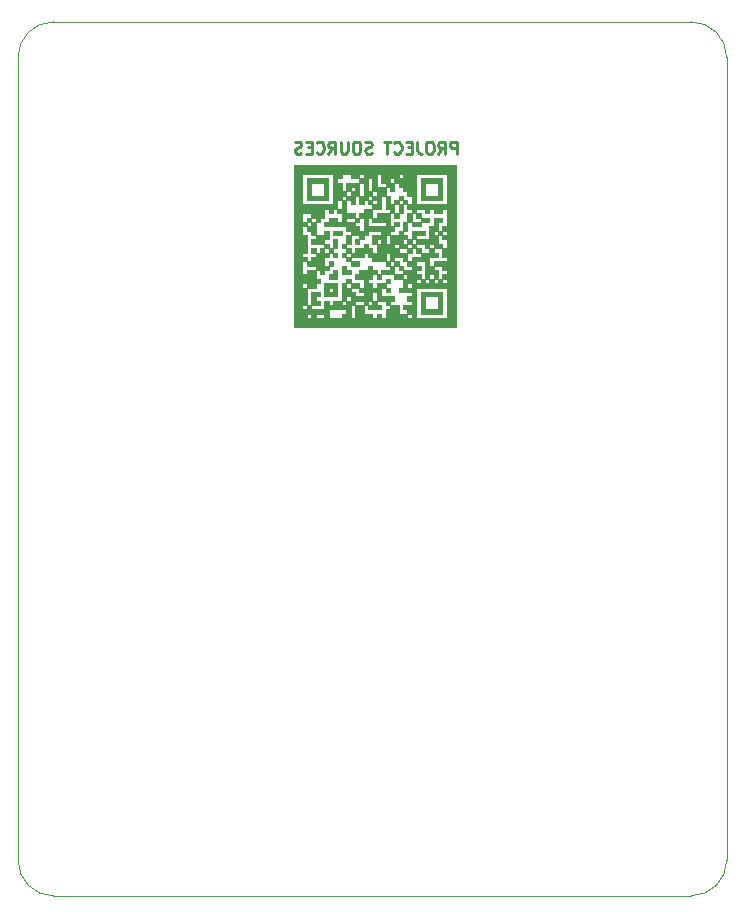
<source format=gbr>
%TF.GenerationSoftware,KiCad,Pcbnew,(6.0.7)*%
%TF.CreationDate,2022-08-26T02:08:05+02:00*%
%TF.ProjectId,airpcb_smd,61697270-6362-45f7-936d-642e6b696361,rev?*%
%TF.SameCoordinates,Original*%
%TF.FileFunction,Legend,Bot*%
%TF.FilePolarity,Positive*%
%FSLAX46Y46*%
G04 Gerber Fmt 4.6, Leading zero omitted, Abs format (unit mm)*
G04 Created by KiCad (PCBNEW (6.0.7)) date 2022-08-26 02:08:05*
%MOMM*%
%LPD*%
G01*
G04 APERTURE LIST*
%ADD10C,0.250000*%
%ADD11C,0.040000*%
%ADD12C,0.025929*%
%TA.AperFunction,Profile*%
%ADD13C,0.050000*%
%TD*%
G04 APERTURE END LIST*
D10*
X137135333Y-61158380D02*
X137135333Y-60158380D01*
X136754380Y-60158380D01*
X136659142Y-60206000D01*
X136611523Y-60253619D01*
X136563904Y-60348857D01*
X136563904Y-60491714D01*
X136611523Y-60586952D01*
X136659142Y-60634571D01*
X136754380Y-60682190D01*
X137135333Y-60682190D01*
X135563904Y-61158380D02*
X135897238Y-60682190D01*
X136135333Y-61158380D02*
X136135333Y-60158380D01*
X135754380Y-60158380D01*
X135659142Y-60206000D01*
X135611523Y-60253619D01*
X135563904Y-60348857D01*
X135563904Y-60491714D01*
X135611523Y-60586952D01*
X135659142Y-60634571D01*
X135754380Y-60682190D01*
X136135333Y-60682190D01*
X134944857Y-60158380D02*
X134754380Y-60158380D01*
X134659142Y-60206000D01*
X134563904Y-60301238D01*
X134516285Y-60491714D01*
X134516285Y-60825047D01*
X134563904Y-61015523D01*
X134659142Y-61110761D01*
X134754380Y-61158380D01*
X134944857Y-61158380D01*
X135040095Y-61110761D01*
X135135333Y-61015523D01*
X135182952Y-60825047D01*
X135182952Y-60491714D01*
X135135333Y-60301238D01*
X135040095Y-60206000D01*
X134944857Y-60158380D01*
X133802000Y-60158380D02*
X133802000Y-60872666D01*
X133849619Y-61015523D01*
X133944857Y-61110761D01*
X134087714Y-61158380D01*
X134182952Y-61158380D01*
X133325809Y-60634571D02*
X132992476Y-60634571D01*
X132849619Y-61158380D02*
X133325809Y-61158380D01*
X133325809Y-60158380D01*
X132849619Y-60158380D01*
X131849619Y-61063142D02*
X131897238Y-61110761D01*
X132040095Y-61158380D01*
X132135333Y-61158380D01*
X132278190Y-61110761D01*
X132373428Y-61015523D01*
X132421047Y-60920285D01*
X132468666Y-60729809D01*
X132468666Y-60586952D01*
X132421047Y-60396476D01*
X132373428Y-60301238D01*
X132278190Y-60206000D01*
X132135333Y-60158380D01*
X132040095Y-60158380D01*
X131897238Y-60206000D01*
X131849619Y-60253619D01*
X131563904Y-60158380D02*
X130992476Y-60158380D01*
X131278190Y-61158380D02*
X131278190Y-60158380D01*
X129944857Y-61110761D02*
X129802000Y-61158380D01*
X129563904Y-61158380D01*
X129468666Y-61110761D01*
X129421047Y-61063142D01*
X129373428Y-60967904D01*
X129373428Y-60872666D01*
X129421047Y-60777428D01*
X129468666Y-60729809D01*
X129563904Y-60682190D01*
X129754380Y-60634571D01*
X129849619Y-60586952D01*
X129897238Y-60539333D01*
X129944857Y-60444095D01*
X129944857Y-60348857D01*
X129897238Y-60253619D01*
X129849619Y-60206000D01*
X129754380Y-60158380D01*
X129516285Y-60158380D01*
X129373428Y-60206000D01*
X128754380Y-60158380D02*
X128563904Y-60158380D01*
X128468666Y-60206000D01*
X128373428Y-60301238D01*
X128325809Y-60491714D01*
X128325809Y-60825047D01*
X128373428Y-61015523D01*
X128468666Y-61110761D01*
X128563904Y-61158380D01*
X128754380Y-61158380D01*
X128849619Y-61110761D01*
X128944857Y-61015523D01*
X128992476Y-60825047D01*
X128992476Y-60491714D01*
X128944857Y-60301238D01*
X128849619Y-60206000D01*
X128754380Y-60158380D01*
X127897238Y-60158380D02*
X127897238Y-60967904D01*
X127849619Y-61063142D01*
X127802000Y-61110761D01*
X127706761Y-61158380D01*
X127516285Y-61158380D01*
X127421047Y-61110761D01*
X127373428Y-61063142D01*
X127325809Y-60967904D01*
X127325809Y-60158380D01*
X126278190Y-61158380D02*
X126611523Y-60682190D01*
X126849619Y-61158380D02*
X126849619Y-60158380D01*
X126468666Y-60158380D01*
X126373428Y-60206000D01*
X126325809Y-60253619D01*
X126278190Y-60348857D01*
X126278190Y-60491714D01*
X126325809Y-60586952D01*
X126373428Y-60634571D01*
X126468666Y-60682190D01*
X126849619Y-60682190D01*
X125278190Y-61063142D02*
X125325809Y-61110761D01*
X125468666Y-61158380D01*
X125563904Y-61158380D01*
X125706761Y-61110761D01*
X125802000Y-61015523D01*
X125849619Y-60920285D01*
X125897238Y-60729809D01*
X125897238Y-60586952D01*
X125849619Y-60396476D01*
X125802000Y-60301238D01*
X125706761Y-60206000D01*
X125563904Y-60158380D01*
X125468666Y-60158380D01*
X125325809Y-60206000D01*
X125278190Y-60253619D01*
X124849619Y-60634571D02*
X124516285Y-60634571D01*
X124373428Y-61158380D02*
X124849619Y-61158380D01*
X124849619Y-60158380D01*
X124373428Y-60158380D01*
X123992476Y-61110761D02*
X123849619Y-61158380D01*
X123611523Y-61158380D01*
X123516285Y-61110761D01*
X123468666Y-61063142D01*
X123421047Y-60967904D01*
X123421047Y-60872666D01*
X123468666Y-60777428D01*
X123516285Y-60729809D01*
X123611523Y-60682190D01*
X123802000Y-60634571D01*
X123897238Y-60586952D01*
X123944857Y-60539333D01*
X123992476Y-60444095D01*
X123992476Y-60348857D01*
X123944857Y-60253619D01*
X123897238Y-60206000D01*
X123802000Y-60158380D01*
X123563904Y-60158380D01*
X123421047Y-60206000D01*
D11*
G36*
X128153584Y-70273333D02*
G01*
X127783167Y-70273333D01*
X127783167Y-69902917D01*
X128153584Y-69902917D01*
X128153584Y-70273333D01*
G37*
X128153584Y-70273333D02*
X127783167Y-70273333D01*
X127783167Y-69902917D01*
X128153584Y-69902917D01*
X128153584Y-70273333D01*
G36*
X127783167Y-69902917D02*
G01*
X127412750Y-69902917D01*
X127412750Y-69532500D01*
X127783167Y-69532500D01*
X127783167Y-69902917D01*
G37*
X127783167Y-69902917D02*
X127412750Y-69902917D01*
X127412750Y-69532500D01*
X127783167Y-69532500D01*
X127783167Y-69902917D01*
G36*
X127042333Y-69902917D02*
G01*
X126671917Y-69902917D01*
X126671917Y-69532500D01*
X127042333Y-69532500D01*
X127042333Y-69902917D01*
G37*
X127042333Y-69902917D02*
X126671917Y-69902917D01*
X126671917Y-69532500D01*
X127042333Y-69532500D01*
X127042333Y-69902917D01*
G36*
X127412750Y-68050833D02*
G01*
X126671917Y-68050833D01*
X126671917Y-67680417D01*
X127412750Y-67680417D01*
X127412750Y-68050833D01*
G37*
X127412750Y-68050833D02*
X126671917Y-68050833D01*
X126671917Y-67680417D01*
X127412750Y-67680417D01*
X127412750Y-68050833D01*
G36*
X127042333Y-69162084D02*
G01*
X126671917Y-69162084D01*
X126671917Y-68421250D01*
X127042333Y-68421250D01*
X127042333Y-69162084D01*
G37*
X127042333Y-69162084D02*
X126671917Y-69162084D01*
X126671917Y-68421250D01*
X127042333Y-68421250D01*
X127042333Y-69162084D01*
G36*
X128894417Y-70643750D02*
G01*
X128153584Y-70643750D01*
X128153584Y-70273333D01*
X128894417Y-70273333D01*
X128894417Y-70643750D01*
G37*
X128894417Y-70643750D02*
X128153584Y-70643750D01*
X128153584Y-70273333D01*
X128894417Y-70273333D01*
X128894417Y-70643750D01*
G36*
X126671917Y-70643750D02*
G01*
X126301500Y-70643750D01*
X126301500Y-70273333D01*
X126671917Y-70273333D01*
X126671917Y-70643750D01*
G37*
X126671917Y-70643750D02*
X126301500Y-70643750D01*
X126301500Y-70273333D01*
X126671917Y-70273333D01*
X126671917Y-70643750D01*
G36*
X127783167Y-71014166D02*
G01*
X128153584Y-71014166D01*
X128153584Y-71384583D01*
X127412750Y-71384583D01*
X127412750Y-70643750D01*
X127783167Y-70643750D01*
X127783167Y-71014166D01*
G37*
X127783167Y-71014166D02*
X128153584Y-71014166D01*
X128153584Y-71384583D01*
X127412750Y-71384583D01*
X127412750Y-70643750D01*
X127783167Y-70643750D01*
X127783167Y-71014166D01*
G36*
X127042333Y-71755000D02*
G01*
X126301500Y-71755000D01*
X126301500Y-71384583D01*
X126671917Y-71384583D01*
X126671917Y-71014166D01*
X127042333Y-71014166D01*
X127042333Y-71755000D01*
G37*
X127042333Y-71755000D02*
X126301500Y-71755000D01*
X126301500Y-71384583D01*
X126671917Y-71384583D01*
X126671917Y-71014166D01*
X127042333Y-71014166D01*
X127042333Y-71755000D01*
G36*
X125931084Y-73236666D02*
G01*
X125931084Y-72866250D01*
X126301500Y-72866250D01*
X126671917Y-72866250D01*
X126671917Y-72495833D01*
X126301500Y-72495833D01*
X126301500Y-72866250D01*
X125931084Y-72866250D01*
X125931084Y-72125417D01*
X127042333Y-72125417D01*
X127042333Y-73236666D01*
X125931084Y-73236666D01*
G37*
X125931084Y-73236666D02*
X125931084Y-72866250D01*
X126301500Y-72866250D01*
X126671917Y-72866250D01*
X126671917Y-72495833D01*
X126301500Y-72495833D01*
X126301500Y-72866250D01*
X125931084Y-72866250D01*
X125931084Y-72125417D01*
X127042333Y-72125417D01*
X127042333Y-73236666D01*
X125931084Y-73236666D01*
G36*
X125560667Y-73236666D02*
G01*
X125190250Y-73236666D01*
X125190250Y-73607083D01*
X125560667Y-73607083D01*
X125560667Y-73977500D01*
X124819833Y-73977500D01*
X124819833Y-72866250D01*
X125560667Y-72866250D01*
X125560667Y-73236666D01*
G37*
X125560667Y-73236666D02*
X125190250Y-73236666D01*
X125190250Y-73607083D01*
X125560667Y-73607083D01*
X125560667Y-73977500D01*
X124819833Y-73977500D01*
X124819833Y-72866250D01*
X125560667Y-72866250D01*
X125560667Y-73236666D01*
G36*
X132969000Y-67680417D02*
G01*
X132598583Y-67680417D01*
X132598583Y-66939583D01*
X132969000Y-66939583D01*
X132969000Y-67680417D01*
G37*
X132969000Y-67680417D02*
X132598583Y-67680417D01*
X132598583Y-66939583D01*
X132969000Y-66939583D01*
X132969000Y-67680417D01*
G36*
X132228167Y-67310000D02*
G01*
X131857750Y-67310000D01*
X131857750Y-66939583D01*
X132228167Y-66939583D01*
X132228167Y-67310000D01*
G37*
X132228167Y-67310000D02*
X131857750Y-67310000D01*
X131857750Y-66939583D01*
X132228167Y-66939583D01*
X132228167Y-67310000D01*
G36*
X125190250Y-69532500D02*
G01*
X124819833Y-69532500D01*
X124819833Y-69162084D01*
X125190250Y-69162084D01*
X125190250Y-69532500D01*
G37*
X125190250Y-69532500D02*
X124819833Y-69532500D01*
X124819833Y-69162084D01*
X125190250Y-69162084D01*
X125190250Y-69532500D01*
G36*
X134098771Y-65068979D02*
G01*
X134098771Y-64717083D01*
X134450667Y-64717083D01*
X135561916Y-64717083D01*
X135561916Y-63605834D01*
X134450667Y-63605834D01*
X134450667Y-64717083D01*
X134098771Y-64717083D01*
X134098771Y-63253938D01*
X135913812Y-63253938D01*
X135913812Y-65068979D01*
X134098771Y-65068979D01*
G37*
X134098771Y-65068979D02*
X134098771Y-64717083D01*
X134450667Y-64717083D01*
X135561916Y-64717083D01*
X135561916Y-63605834D01*
X134450667Y-63605834D01*
X134450667Y-64717083D01*
X134098771Y-64717083D01*
X134098771Y-63253938D01*
X135913812Y-63253938D01*
X135913812Y-65068979D01*
X134098771Y-65068979D01*
G36*
X124467938Y-65068979D02*
G01*
X124467938Y-64717083D01*
X124819833Y-64717083D01*
X125931084Y-64717083D01*
X125931084Y-63605834D01*
X124819833Y-63605834D01*
X124819833Y-64717083D01*
X124467938Y-64717083D01*
X124467938Y-63253938D01*
X126282979Y-63253938D01*
X126282979Y-65068979D01*
X124467938Y-65068979D01*
G37*
X124467938Y-65068979D02*
X124467938Y-64717083D01*
X124819833Y-64717083D01*
X125931084Y-64717083D01*
X125931084Y-63605834D01*
X124819833Y-63605834D01*
X124819833Y-64717083D01*
X124467938Y-64717083D01*
X124467938Y-63253938D01*
X126282979Y-63253938D01*
X126282979Y-65068979D01*
X124467938Y-65068979D01*
G36*
X128894417Y-68791667D02*
G01*
X128524000Y-68791667D01*
X128524000Y-68421250D01*
X128894417Y-68421250D01*
X128894417Y-68791667D01*
G37*
X128894417Y-68791667D02*
X128524000Y-68791667D01*
X128524000Y-68421250D01*
X128894417Y-68421250D01*
X128894417Y-68791667D01*
G36*
X131487333Y-72866250D02*
G01*
X131116917Y-72866250D01*
X131116917Y-72495833D01*
X131487333Y-72495833D01*
X131487333Y-72866250D01*
G37*
X131487333Y-72866250D02*
X131116917Y-72866250D01*
X131116917Y-72495833D01*
X131487333Y-72495833D01*
X131487333Y-72866250D01*
G36*
X131487333Y-72125417D02*
G01*
X131116917Y-72125417D01*
X131116917Y-71755000D01*
X131487333Y-71755000D01*
X131487333Y-72125417D01*
G37*
X131487333Y-72125417D02*
X131116917Y-72125417D01*
X131116917Y-71755000D01*
X131487333Y-71755000D01*
X131487333Y-72125417D01*
G36*
X134098771Y-74699812D02*
G01*
X134098771Y-74347917D01*
X134450667Y-74347917D01*
X135561916Y-74347917D01*
X135561916Y-73236666D01*
X134450667Y-73236666D01*
X134450667Y-74347917D01*
X134098771Y-74347917D01*
X134098771Y-72884771D01*
X135913812Y-72884771D01*
X135913812Y-74699812D01*
X134098771Y-74699812D01*
G37*
X134098771Y-74699812D02*
X134098771Y-74347917D01*
X134450667Y-74347917D01*
X135561916Y-74347917D01*
X135561916Y-73236666D01*
X134450667Y-73236666D01*
X134450667Y-74347917D01*
X134098771Y-74347917D01*
X134098771Y-72884771D01*
X135913812Y-72884771D01*
X135913812Y-74699812D01*
X134098771Y-74699812D01*
G36*
X123338168Y-75829582D02*
G01*
X123338168Y-75088750D01*
X124449417Y-75088750D01*
X124819833Y-75088750D01*
X125190250Y-75088750D01*
X125931084Y-75088750D01*
X126301500Y-75088750D01*
X127412750Y-75088750D01*
X128153584Y-75088750D01*
X128524000Y-75088750D01*
X128524000Y-73977500D01*
X129264833Y-73977500D01*
X129264833Y-74718333D01*
X130005666Y-74718333D01*
X130005666Y-75088750D01*
X130376083Y-75088750D01*
X130376083Y-74718333D01*
X130746500Y-74718333D01*
X130746500Y-75088750D01*
X131116917Y-75088750D01*
X132969000Y-75088750D01*
X133339417Y-75088750D01*
X133709833Y-75088750D01*
X136302750Y-75088750D01*
X136302750Y-72495833D01*
X133709833Y-72495833D01*
X133709833Y-75088750D01*
X133339417Y-75088750D01*
X133339417Y-74718333D01*
X132969000Y-74718333D01*
X132969000Y-75088750D01*
X131116917Y-75088750D01*
X131116917Y-74347917D01*
X131487333Y-74347917D01*
X131487333Y-73977500D01*
X131116917Y-73977500D01*
X131116917Y-73607083D01*
X130376083Y-73607083D01*
X130376083Y-72866250D01*
X130005666Y-72866250D01*
X130005666Y-73607083D01*
X129635250Y-73607083D01*
X129635250Y-73977500D01*
X130005666Y-73977500D01*
X130005666Y-73607083D01*
X130376083Y-73607083D01*
X130376083Y-73977500D01*
X130746500Y-73977500D01*
X130746500Y-74347917D01*
X129635250Y-74347917D01*
X129635250Y-73977500D01*
X129264833Y-73977500D01*
X129264833Y-73607083D01*
X128524000Y-73607083D01*
X128524000Y-73977500D01*
X128153584Y-73977500D01*
X128153584Y-75088750D01*
X127412750Y-75088750D01*
X127412750Y-74718333D01*
X127783167Y-74718333D01*
X127783167Y-74347917D01*
X126301500Y-74347917D01*
X126301500Y-75088750D01*
X125931084Y-75088750D01*
X125931084Y-74718333D01*
X125190250Y-74718333D01*
X125190250Y-75088750D01*
X124819833Y-75088750D01*
X124819833Y-74718333D01*
X124449417Y-74718333D01*
X124449417Y-75088750D01*
X123338168Y-75088750D01*
X123338168Y-74347917D01*
X124079000Y-74347917D01*
X124449417Y-74347917D01*
X124449417Y-73977500D01*
X124819833Y-73977500D01*
X124819833Y-74347917D01*
X125931084Y-74347917D01*
X125931084Y-73607083D01*
X126301500Y-73607083D01*
X126301500Y-73977500D01*
X126671917Y-73977500D01*
X127412750Y-73977500D01*
X127783167Y-73977500D01*
X127783167Y-73607083D01*
X128153584Y-73607083D01*
X128153584Y-73236666D01*
X127783167Y-73236666D01*
X127783167Y-73607083D01*
X127412750Y-73607083D01*
X127412750Y-73977500D01*
X126671917Y-73977500D01*
X126671917Y-73607083D01*
X127412750Y-73607083D01*
X127412750Y-72125417D01*
X127783167Y-72125417D01*
X127783167Y-71755000D01*
X128153584Y-71755000D01*
X128153584Y-72125417D01*
X127783167Y-72125417D01*
X127783167Y-72495833D01*
X128153584Y-72495833D01*
X128153584Y-72866250D01*
X128524000Y-72866250D01*
X128524000Y-73236666D01*
X129264833Y-73236666D01*
X129264833Y-72866250D01*
X128894417Y-72866250D01*
X128894417Y-72495833D01*
X128153584Y-72495833D01*
X128153584Y-72125417D01*
X128894417Y-72125417D01*
X128894417Y-72495833D01*
X129264833Y-72495833D01*
X129264833Y-72125417D01*
X129635250Y-72125417D01*
X130005666Y-72125417D01*
X130005666Y-72495833D01*
X130376083Y-72495833D01*
X130376083Y-72125417D01*
X131116917Y-72125417D01*
X131116917Y-72495833D01*
X130746500Y-72495833D01*
X130746500Y-73236666D01*
X131857750Y-73236666D01*
X131857750Y-73607083D01*
X131487333Y-73607083D01*
X131487333Y-73977500D01*
X132228167Y-73977500D01*
X132228167Y-74718333D01*
X132969000Y-74718333D01*
X132969000Y-74347917D01*
X132598583Y-74347917D01*
X132598583Y-73977500D01*
X133339417Y-73977500D01*
X133339417Y-73607083D01*
X132969000Y-73607083D01*
X132969000Y-73236666D01*
X133339417Y-73236666D01*
X133339417Y-72866250D01*
X132228167Y-72866250D01*
X132228167Y-72495833D01*
X132598583Y-72495833D01*
X132969000Y-72495833D01*
X133339417Y-72495833D01*
X133339417Y-72125417D01*
X133709833Y-72125417D01*
X136302750Y-72125417D01*
X136302750Y-71755000D01*
X135932333Y-71755000D01*
X135932333Y-72125417D01*
X135561916Y-72125417D01*
X135561916Y-71755000D01*
X135191500Y-71755000D01*
X135191500Y-71384583D01*
X134821083Y-71384583D01*
X134821083Y-71755000D01*
X135191500Y-71755000D01*
X135191500Y-72125417D01*
X134821083Y-72125417D01*
X134821083Y-71755000D01*
X134450667Y-71755000D01*
X134450667Y-71014166D01*
X135191500Y-71014166D01*
X135561916Y-71014166D01*
X135561916Y-71755000D01*
X135932333Y-71755000D01*
X135932333Y-71384583D01*
X136302750Y-71384583D01*
X136302750Y-71014166D01*
X135932333Y-71014166D01*
X135932333Y-70643750D01*
X135191500Y-70643750D01*
X135191500Y-71014166D01*
X134450667Y-71014166D01*
X134450667Y-70643750D01*
X134821083Y-70643750D01*
X135191500Y-70643750D01*
X135191500Y-70273333D01*
X136302750Y-70273333D01*
X136302750Y-69902917D01*
X135932333Y-69902917D01*
X135932333Y-69162084D01*
X135191500Y-69162084D01*
X135191500Y-68791667D01*
X134821083Y-68791667D01*
X134821083Y-69162084D01*
X135191500Y-69162084D01*
X135191500Y-69532500D01*
X135561916Y-69532500D01*
X135561916Y-69902917D01*
X134821083Y-69902917D01*
X134821083Y-70643750D01*
X134450667Y-70643750D01*
X134450667Y-70273333D01*
X133709833Y-70273333D01*
X133709833Y-70643750D01*
X134080250Y-70643750D01*
X134080250Y-71014166D01*
X133709833Y-71014166D01*
X133709833Y-71384583D01*
X134080250Y-71384583D01*
X134080250Y-71755000D01*
X134450667Y-71755000D01*
X134450667Y-72125417D01*
X134080250Y-72125417D01*
X134080250Y-71755000D01*
X133709833Y-71755000D01*
X133709833Y-72125417D01*
X133339417Y-72125417D01*
X132969000Y-72125417D01*
X132969000Y-72495833D01*
X132598583Y-72495833D01*
X132598583Y-71755000D01*
X131857750Y-71755000D01*
X131857750Y-71384583D01*
X132598583Y-71384583D01*
X132598583Y-71755000D01*
X132969000Y-71755000D01*
X132969000Y-71384583D01*
X132598583Y-71384583D01*
X132598583Y-71014166D01*
X132228167Y-71014166D01*
X132228167Y-70643750D01*
X131857750Y-70643750D01*
X131857750Y-70273333D01*
X132228167Y-70273333D01*
X132228167Y-70643750D01*
X132598583Y-70643750D01*
X132598583Y-71014166D01*
X133339417Y-71014166D01*
X133339417Y-70643750D01*
X132969000Y-70643750D01*
X132969000Y-70273333D01*
X132598583Y-70273333D01*
X132598583Y-69902917D01*
X131857750Y-69902917D01*
X131857750Y-70273333D01*
X131487333Y-70273333D01*
X131487333Y-69532500D01*
X131116917Y-69532500D01*
X131116917Y-70273333D01*
X131487333Y-70273333D01*
X131487333Y-70643750D01*
X131857750Y-70643750D01*
X131857750Y-71384583D01*
X130746500Y-71384583D01*
X130746500Y-71755000D01*
X130376083Y-71755000D01*
X130376083Y-71384583D01*
X130005666Y-71384583D01*
X130005666Y-71755000D01*
X129635250Y-71755000D01*
X129635250Y-72125417D01*
X129264833Y-72125417D01*
X129264833Y-71755000D01*
X128524000Y-71755000D01*
X128524000Y-71384583D01*
X128894417Y-71384583D01*
X128894417Y-71014166D01*
X129635250Y-71014166D01*
X129635250Y-70643750D01*
X130005666Y-70643750D01*
X130005666Y-71014166D01*
X130376083Y-71014166D01*
X130376083Y-71384583D01*
X130746500Y-71384583D01*
X130746500Y-71014166D01*
X131487333Y-71014166D01*
X131487333Y-70643750D01*
X131116917Y-70643750D01*
X131116917Y-70273333D01*
X130005666Y-70273333D01*
X130005666Y-69902917D01*
X129635250Y-69902917D01*
X129635250Y-69532500D01*
X129264833Y-69532500D01*
X129264833Y-69902917D01*
X128153584Y-69902917D01*
X128153584Y-69532500D01*
X127783167Y-69532500D01*
X127783167Y-69162084D01*
X128153584Y-69162084D01*
X128153584Y-69532500D01*
X128524000Y-69532500D01*
X128524000Y-69162084D01*
X129264833Y-69162084D01*
X129264833Y-68791667D01*
X129635250Y-68791667D01*
X129635250Y-69162084D01*
X130005666Y-69162084D01*
X130005666Y-69532500D01*
X130376083Y-69532500D01*
X130376083Y-69162084D01*
X131857750Y-69162084D01*
X132228167Y-69162084D01*
X132228167Y-69532500D01*
X132969000Y-69532500D01*
X132969000Y-70273333D01*
X133339417Y-70273333D01*
X133339417Y-69902917D01*
X134080250Y-69902917D01*
X134080250Y-69532500D01*
X133709833Y-69532500D01*
X133709833Y-69162084D01*
X133339417Y-69162084D01*
X133339417Y-68791667D01*
X133709833Y-68791667D01*
X133709833Y-69162084D01*
X134080250Y-69162084D01*
X134080250Y-69532500D01*
X134821083Y-69532500D01*
X134821083Y-69162084D01*
X134450667Y-69162084D01*
X134450667Y-68791667D01*
X133709833Y-68791667D01*
X133709833Y-68421250D01*
X133339417Y-68421250D01*
X133339417Y-68791667D01*
X132969000Y-68791667D01*
X132969000Y-68421250D01*
X132598583Y-68421250D01*
X132598583Y-68791667D01*
X132969000Y-68791667D01*
X132969000Y-69162084D01*
X133339417Y-69162084D01*
X133339417Y-69532500D01*
X132969000Y-69532500D01*
X132969000Y-69162084D01*
X132228167Y-69162084D01*
X132228167Y-68791667D01*
X131857750Y-68791667D01*
X131857750Y-69162084D01*
X130376083Y-69162084D01*
X130376083Y-68791667D01*
X130746500Y-68791667D01*
X131116917Y-68791667D01*
X131487333Y-68791667D01*
X131487333Y-68050833D01*
X131116917Y-68050833D01*
X131116917Y-68791667D01*
X130746500Y-68791667D01*
X130746500Y-68421250D01*
X130376083Y-68421250D01*
X130376083Y-68791667D01*
X130005666Y-68791667D01*
X130005666Y-68050833D01*
X130746500Y-68050833D01*
X130746500Y-67680417D01*
X129635250Y-67680417D01*
X129635250Y-68050833D01*
X129264833Y-68050833D01*
X129264833Y-68421250D01*
X128894417Y-68421250D01*
X128894417Y-68050833D01*
X128153584Y-68050833D01*
X128153584Y-68791667D01*
X127783167Y-68791667D01*
X127783167Y-69162084D01*
X127412750Y-69162084D01*
X127412750Y-68791667D01*
X127783167Y-68791667D01*
X127783167Y-68050833D01*
X128153584Y-68050833D01*
X128153584Y-67680417D01*
X127783167Y-67680417D01*
X127783167Y-67310000D01*
X125931084Y-67310000D01*
X125931084Y-66939583D01*
X126301500Y-66939583D01*
X126301500Y-66569167D01*
X127042333Y-66569167D01*
X127042333Y-66939583D01*
X127412750Y-66939583D01*
X127783167Y-66939583D01*
X128524000Y-66939583D01*
X128524000Y-67310000D01*
X128894417Y-67310000D01*
X128894417Y-67680417D01*
X129264833Y-67680417D01*
X129264833Y-67310000D01*
X129635250Y-67310000D01*
X131116917Y-67310000D01*
X131116917Y-66939583D01*
X130005666Y-66939583D01*
X130005666Y-66569167D01*
X129635250Y-66569167D01*
X129635250Y-67310000D01*
X129264833Y-67310000D01*
X129264833Y-66569167D01*
X128894417Y-66569167D01*
X128894417Y-66939583D01*
X128524000Y-66939583D01*
X128524000Y-66569167D01*
X127783167Y-66569167D01*
X127783167Y-66939583D01*
X127412750Y-66939583D01*
X127412750Y-66198750D01*
X127042333Y-66198750D01*
X127042333Y-65828333D01*
X127412750Y-65828333D01*
X127412750Y-65087500D01*
X127783167Y-65087500D01*
X127783167Y-66198750D01*
X128524000Y-66198750D01*
X128524000Y-66569167D01*
X128894417Y-66569167D01*
X128894417Y-66198750D01*
X129264833Y-66198750D01*
X129264833Y-65828333D01*
X130005666Y-65828333D01*
X130005666Y-66569167D01*
X130376083Y-66569167D01*
X130376083Y-66198750D01*
X131487333Y-66198750D01*
X131487333Y-65828333D01*
X131116917Y-65828333D01*
X131116917Y-64717083D01*
X130746500Y-64717083D01*
X130746500Y-65828333D01*
X130005666Y-65828333D01*
X130005666Y-65457917D01*
X129635250Y-65457917D01*
X129635250Y-65087500D01*
X130005666Y-65087500D01*
X130005666Y-65457917D01*
X130376083Y-65457917D01*
X130376083Y-65087500D01*
X130005666Y-65087500D01*
X130005666Y-64717083D01*
X129635250Y-64717083D01*
X129635250Y-65087500D01*
X129264833Y-65087500D01*
X129264833Y-65457917D01*
X128894417Y-65457917D01*
X128894417Y-64717083D01*
X129264833Y-64717083D01*
X129264833Y-63605834D01*
X128894417Y-63605834D01*
X128894417Y-64717083D01*
X128524000Y-64717083D01*
X128524000Y-65457917D01*
X128153584Y-65457917D01*
X128153584Y-65087500D01*
X127783167Y-65087500D01*
X127783167Y-64717083D01*
X128153584Y-64717083D01*
X128153584Y-64346667D01*
X128524000Y-64346667D01*
X128524000Y-63976250D01*
X128153584Y-63976250D01*
X128153584Y-64346667D01*
X127783167Y-64346667D01*
X127783167Y-64717083D01*
X127412750Y-64717083D01*
X127412750Y-65087500D01*
X127042333Y-65087500D01*
X127042333Y-65828333D01*
X126671917Y-65828333D01*
X126671917Y-66198750D01*
X126301500Y-66198750D01*
X126301500Y-65828333D01*
X125931084Y-65828333D01*
X125931084Y-66569167D01*
X125560667Y-66569167D01*
X125560667Y-66939583D01*
X125190250Y-66939583D01*
X125190250Y-66569167D01*
X124819833Y-66569167D01*
X124819833Y-66939583D01*
X124449417Y-66939583D01*
X124449417Y-67310000D01*
X124079000Y-67310000D01*
X124079000Y-68050833D01*
X124449417Y-68050833D01*
X124449417Y-69532500D01*
X124079000Y-69532500D01*
X124079000Y-69902917D01*
X124449417Y-69902917D01*
X124449417Y-70273333D01*
X124819833Y-70273333D01*
X124819833Y-69902917D01*
X125190250Y-69902917D01*
X125190250Y-69532500D01*
X125560667Y-69532500D01*
X125560667Y-69162084D01*
X125931084Y-69162084D01*
X125931084Y-68791667D01*
X124819833Y-68791667D01*
X124819833Y-68421250D01*
X125190250Y-68421250D01*
X125190250Y-68050833D01*
X124819833Y-68050833D01*
X124819833Y-67680417D01*
X124449417Y-67680417D01*
X124449417Y-67310000D01*
X124819833Y-67310000D01*
X124819833Y-66939583D01*
X125190250Y-66939583D01*
X125190250Y-68050833D01*
X125931084Y-68050833D01*
X125931084Y-67680417D01*
X126301500Y-67680417D01*
X126301500Y-68421250D01*
X125931084Y-68421250D01*
X125931084Y-68791667D01*
X126301500Y-68791667D01*
X126301500Y-69162084D01*
X126671917Y-69162084D01*
X126671917Y-69532500D01*
X126301500Y-69532500D01*
X126301500Y-69162084D01*
X125931084Y-69162084D01*
X125931084Y-69532500D01*
X126301500Y-69532500D01*
X126301500Y-69902917D01*
X125931084Y-69902917D01*
X125931084Y-70643750D01*
X126301500Y-70643750D01*
X126301500Y-71014166D01*
X125931084Y-71014166D01*
X125931084Y-71384583D01*
X125560667Y-71384583D01*
X125560667Y-71014166D01*
X125190250Y-71014166D01*
X125190250Y-71755000D01*
X125560667Y-71755000D01*
X125560667Y-72125417D01*
X125190250Y-72125417D01*
X125190250Y-72495833D01*
X124449417Y-72495833D01*
X124449417Y-72125417D01*
X124079000Y-72125417D01*
X124079000Y-72495833D01*
X124449417Y-72495833D01*
X124449417Y-73977500D01*
X124079000Y-73977500D01*
X124079000Y-74347917D01*
X123338168Y-74347917D01*
X123338168Y-71384583D01*
X124079000Y-71384583D01*
X124449417Y-71384583D01*
X124449417Y-71014166D01*
X125190250Y-71014166D01*
X125190250Y-70643750D01*
X124449417Y-70643750D01*
X124449417Y-70273333D01*
X124079000Y-70273333D01*
X124079000Y-71384583D01*
X123338168Y-71384583D01*
X123338168Y-66939583D01*
X124079000Y-66939583D01*
X124449417Y-66939583D01*
X124449417Y-66569167D01*
X124819833Y-66569167D01*
X124819833Y-66198750D01*
X124079000Y-66198750D01*
X124079000Y-66939583D01*
X123338168Y-66939583D01*
X123338168Y-65457917D01*
X124079000Y-65457917D01*
X126671917Y-65457917D01*
X126671917Y-63605834D01*
X127042333Y-63605834D01*
X127412750Y-63605834D01*
X127412750Y-64346667D01*
X127783167Y-64346667D01*
X127783167Y-63605834D01*
X128894417Y-63605834D01*
X128894417Y-63235417D01*
X129264833Y-63235417D01*
X129635250Y-63235417D01*
X129635250Y-64346667D01*
X130005666Y-64346667D01*
X130005666Y-64717083D01*
X130376083Y-64717083D01*
X130376083Y-64346667D01*
X130005666Y-64346667D01*
X130005666Y-63976250D01*
X130376083Y-63976250D01*
X131116917Y-63976250D01*
X131116917Y-64717083D01*
X131487333Y-64717083D01*
X131487333Y-65457917D01*
X131857750Y-65457917D01*
X131857750Y-65087500D01*
X132228167Y-65087500D01*
X132228167Y-64717083D01*
X132598583Y-64717083D01*
X132598583Y-65087500D01*
X132228167Y-65087500D01*
X132228167Y-65457917D01*
X131857750Y-65457917D01*
X131857750Y-66198750D01*
X132228167Y-66198750D01*
X132228167Y-66569167D01*
X131857750Y-66569167D01*
X131857750Y-66198750D01*
X131487333Y-66198750D01*
X131487333Y-67310000D01*
X131857750Y-67310000D01*
X131857750Y-67680417D01*
X131487333Y-67680417D01*
X131487333Y-68050833D01*
X132228167Y-68050833D01*
X132228167Y-67680417D01*
X132598583Y-67680417D01*
X132598583Y-68050833D01*
X132969000Y-68050833D01*
X132969000Y-68421250D01*
X133339417Y-68421250D01*
X133339417Y-67680417D01*
X134450667Y-67680417D01*
X134450667Y-68050833D01*
X133709833Y-68050833D01*
X133709833Y-68421250D01*
X134821083Y-68421250D01*
X134821083Y-68050833D01*
X135191500Y-68050833D01*
X135561916Y-68050833D01*
X135561916Y-68791667D01*
X135932333Y-68791667D01*
X135932333Y-69162084D01*
X136302750Y-69162084D01*
X136302750Y-68421250D01*
X135932333Y-68421250D01*
X135932333Y-68050833D01*
X136302750Y-68050833D01*
X136302750Y-67680417D01*
X135932333Y-67680417D01*
X135932333Y-68050833D01*
X135561916Y-68050833D01*
X135561916Y-67680417D01*
X135191500Y-67680417D01*
X135191500Y-68050833D01*
X134821083Y-68050833D01*
X134821083Y-67310000D01*
X135191500Y-67310000D01*
X135191500Y-66569167D01*
X135932333Y-66569167D01*
X135932333Y-66939583D01*
X135561916Y-66939583D01*
X135561916Y-67680417D01*
X135932333Y-67680417D01*
X135932333Y-67310000D01*
X136302750Y-67310000D01*
X136302750Y-65828333D01*
X135932333Y-65828333D01*
X135932333Y-66198750D01*
X135191500Y-66198750D01*
X135191500Y-65828333D01*
X134821083Y-65828333D01*
X134821083Y-66198750D01*
X134450667Y-66198750D01*
X134450667Y-65828333D01*
X133709833Y-65828333D01*
X133709833Y-66198750D01*
X133339417Y-66198750D01*
X133339417Y-66939583D01*
X134080250Y-66939583D01*
X134080250Y-67310000D01*
X133339417Y-67310000D01*
X133339417Y-66939583D01*
X132969000Y-66939583D01*
X132969000Y-66198750D01*
X133339417Y-66198750D01*
X133339417Y-65828333D01*
X132969000Y-65828333D01*
X132969000Y-65457917D01*
X132598583Y-65457917D01*
X132598583Y-65087500D01*
X132969000Y-65087500D01*
X132969000Y-65457917D01*
X133339417Y-65457917D01*
X133709833Y-65457917D01*
X136302750Y-65457917D01*
X136302750Y-62865000D01*
X133709833Y-62865000D01*
X133709833Y-65457917D01*
X133339417Y-65457917D01*
X133339417Y-64717083D01*
X132969000Y-64717083D01*
X132969000Y-64346667D01*
X132598583Y-64346667D01*
X132598583Y-63976250D01*
X132228167Y-63976250D01*
X132228167Y-63605834D01*
X131857750Y-63605834D01*
X131857750Y-63235417D01*
X132228167Y-63235417D01*
X132598583Y-63235417D01*
X132598583Y-62865000D01*
X132228167Y-62865000D01*
X132228167Y-63235417D01*
X131857750Y-63235417D01*
X131487333Y-63235417D01*
X131487333Y-63605834D01*
X131857750Y-63605834D01*
X131857750Y-64346667D01*
X131487333Y-64346667D01*
X131487333Y-63976250D01*
X131116917Y-63976250D01*
X131116917Y-63605834D01*
X130746500Y-63605834D01*
X130746500Y-62865000D01*
X130376083Y-62865000D01*
X130376083Y-63976250D01*
X130005666Y-63976250D01*
X130005666Y-63235417D01*
X129635250Y-63235417D01*
X129264833Y-63235417D01*
X129264833Y-62865000D01*
X128894417Y-62865000D01*
X128894417Y-63235417D01*
X128153584Y-63235417D01*
X128153584Y-62865000D01*
X127412750Y-62865000D01*
X127412750Y-63235417D01*
X127042333Y-63235417D01*
X127042333Y-63605834D01*
X126671917Y-63605834D01*
X126671917Y-62865000D01*
X124079000Y-62865000D01*
X124079000Y-65457917D01*
X123338168Y-65457917D01*
X123338168Y-62124167D01*
X137043583Y-62124167D01*
X137043583Y-75829582D01*
X123338168Y-75829582D01*
G37*
X123338168Y-75829582D02*
X123338168Y-75088750D01*
X124449417Y-75088750D01*
X124819833Y-75088750D01*
X125190250Y-75088750D01*
X125931084Y-75088750D01*
X126301500Y-75088750D01*
X127412750Y-75088750D01*
X128153584Y-75088750D01*
X128524000Y-75088750D01*
X128524000Y-73977500D01*
X129264833Y-73977500D01*
X129264833Y-74718333D01*
X130005666Y-74718333D01*
X130005666Y-75088750D01*
X130376083Y-75088750D01*
X130376083Y-74718333D01*
X130746500Y-74718333D01*
X130746500Y-75088750D01*
X131116917Y-75088750D01*
X132969000Y-75088750D01*
X133339417Y-75088750D01*
X133709833Y-75088750D01*
X136302750Y-75088750D01*
X136302750Y-72495833D01*
X133709833Y-72495833D01*
X133709833Y-75088750D01*
X133339417Y-75088750D01*
X133339417Y-74718333D01*
X132969000Y-74718333D01*
X132969000Y-75088750D01*
X131116917Y-75088750D01*
X131116917Y-74347917D01*
X131487333Y-74347917D01*
X131487333Y-73977500D01*
X131116917Y-73977500D01*
X131116917Y-73607083D01*
X130376083Y-73607083D01*
X130376083Y-72866250D01*
X130005666Y-72866250D01*
X130005666Y-73607083D01*
X129635250Y-73607083D01*
X129635250Y-73977500D01*
X130005666Y-73977500D01*
X130005666Y-73607083D01*
X130376083Y-73607083D01*
X130376083Y-73977500D01*
X130746500Y-73977500D01*
X130746500Y-74347917D01*
X129635250Y-74347917D01*
X129635250Y-73977500D01*
X129264833Y-73977500D01*
X129264833Y-73607083D01*
X128524000Y-73607083D01*
X128524000Y-73977500D01*
X128153584Y-73977500D01*
X128153584Y-75088750D01*
X127412750Y-75088750D01*
X127412750Y-74718333D01*
X127783167Y-74718333D01*
X127783167Y-74347917D01*
X126301500Y-74347917D01*
X126301500Y-75088750D01*
X125931084Y-75088750D01*
X125931084Y-74718333D01*
X125190250Y-74718333D01*
X125190250Y-75088750D01*
X124819833Y-75088750D01*
X124819833Y-74718333D01*
X124449417Y-74718333D01*
X124449417Y-75088750D01*
X123338168Y-75088750D01*
X123338168Y-74347917D01*
X124079000Y-74347917D01*
X124449417Y-74347917D01*
X124449417Y-73977500D01*
X124819833Y-73977500D01*
X124819833Y-74347917D01*
X125931084Y-74347917D01*
X125931084Y-73607083D01*
X126301500Y-73607083D01*
X126301500Y-73977500D01*
X126671917Y-73977500D01*
X127412750Y-73977500D01*
X127783167Y-73977500D01*
X127783167Y-73607083D01*
X128153584Y-73607083D01*
X128153584Y-73236666D01*
X127783167Y-73236666D01*
X127783167Y-73607083D01*
X127412750Y-73607083D01*
X127412750Y-73977500D01*
X126671917Y-73977500D01*
X126671917Y-73607083D01*
X127412750Y-73607083D01*
X127412750Y-72125417D01*
X127783167Y-72125417D01*
X127783167Y-71755000D01*
X128153584Y-71755000D01*
X128153584Y-72125417D01*
X127783167Y-72125417D01*
X127783167Y-72495833D01*
X128153584Y-72495833D01*
X128153584Y-72866250D01*
X128524000Y-72866250D01*
X128524000Y-73236666D01*
X129264833Y-73236666D01*
X129264833Y-72866250D01*
X128894417Y-72866250D01*
X128894417Y-72495833D01*
X128153584Y-72495833D01*
X128153584Y-72125417D01*
X128894417Y-72125417D01*
X128894417Y-72495833D01*
X129264833Y-72495833D01*
X129264833Y-72125417D01*
X129635250Y-72125417D01*
X130005666Y-72125417D01*
X130005666Y-72495833D01*
X130376083Y-72495833D01*
X130376083Y-72125417D01*
X131116917Y-72125417D01*
X131116917Y-72495833D01*
X130746500Y-72495833D01*
X130746500Y-73236666D01*
X131857750Y-73236666D01*
X131857750Y-73607083D01*
X131487333Y-73607083D01*
X131487333Y-73977500D01*
X132228167Y-73977500D01*
X132228167Y-74718333D01*
X132969000Y-74718333D01*
X132969000Y-74347917D01*
X132598583Y-74347917D01*
X132598583Y-73977500D01*
X133339417Y-73977500D01*
X133339417Y-73607083D01*
X132969000Y-73607083D01*
X132969000Y-73236666D01*
X133339417Y-73236666D01*
X133339417Y-72866250D01*
X132228167Y-72866250D01*
X132228167Y-72495833D01*
X132598583Y-72495833D01*
X132969000Y-72495833D01*
X133339417Y-72495833D01*
X133339417Y-72125417D01*
X133709833Y-72125417D01*
X136302750Y-72125417D01*
X136302750Y-71755000D01*
X135932333Y-71755000D01*
X135932333Y-72125417D01*
X135561916Y-72125417D01*
X135561916Y-71755000D01*
X135191500Y-71755000D01*
X135191500Y-71384583D01*
X134821083Y-71384583D01*
X134821083Y-71755000D01*
X135191500Y-71755000D01*
X135191500Y-72125417D01*
X134821083Y-72125417D01*
X134821083Y-71755000D01*
X134450667Y-71755000D01*
X134450667Y-71014166D01*
X135191500Y-71014166D01*
X135561916Y-71014166D01*
X135561916Y-71755000D01*
X135932333Y-71755000D01*
X135932333Y-71384583D01*
X136302750Y-71384583D01*
X136302750Y-71014166D01*
X135932333Y-71014166D01*
X135932333Y-70643750D01*
X135191500Y-70643750D01*
X135191500Y-71014166D01*
X134450667Y-71014166D01*
X134450667Y-70643750D01*
X134821083Y-70643750D01*
X135191500Y-70643750D01*
X135191500Y-70273333D01*
X136302750Y-70273333D01*
X136302750Y-69902917D01*
X135932333Y-69902917D01*
X135932333Y-69162084D01*
X135191500Y-69162084D01*
X135191500Y-68791667D01*
X134821083Y-68791667D01*
X134821083Y-69162084D01*
X135191500Y-69162084D01*
X135191500Y-69532500D01*
X135561916Y-69532500D01*
X135561916Y-69902917D01*
X134821083Y-69902917D01*
X134821083Y-70643750D01*
X134450667Y-70643750D01*
X134450667Y-70273333D01*
X133709833Y-70273333D01*
X133709833Y-70643750D01*
X134080250Y-70643750D01*
X134080250Y-71014166D01*
X133709833Y-71014166D01*
X133709833Y-71384583D01*
X134080250Y-71384583D01*
X134080250Y-71755000D01*
X134450667Y-71755000D01*
X134450667Y-72125417D01*
X134080250Y-72125417D01*
X134080250Y-71755000D01*
X133709833Y-71755000D01*
X133709833Y-72125417D01*
X133339417Y-72125417D01*
X132969000Y-72125417D01*
X132969000Y-72495833D01*
X132598583Y-72495833D01*
X132598583Y-71755000D01*
X131857750Y-71755000D01*
X131857750Y-71384583D01*
X132598583Y-71384583D01*
X132598583Y-71755000D01*
X132969000Y-71755000D01*
X132969000Y-71384583D01*
X132598583Y-71384583D01*
X132598583Y-71014166D01*
X132228167Y-71014166D01*
X132228167Y-70643750D01*
X131857750Y-70643750D01*
X131857750Y-70273333D01*
X132228167Y-70273333D01*
X132228167Y-70643750D01*
X132598583Y-70643750D01*
X132598583Y-71014166D01*
X133339417Y-71014166D01*
X133339417Y-70643750D01*
X132969000Y-70643750D01*
X132969000Y-70273333D01*
X132598583Y-70273333D01*
X132598583Y-69902917D01*
X131857750Y-69902917D01*
X131857750Y-70273333D01*
X131487333Y-70273333D01*
X131487333Y-69532500D01*
X131116917Y-69532500D01*
X131116917Y-70273333D01*
X131487333Y-70273333D01*
X131487333Y-70643750D01*
X131857750Y-70643750D01*
X131857750Y-71384583D01*
X130746500Y-71384583D01*
X130746500Y-71755000D01*
X130376083Y-71755000D01*
X130376083Y-71384583D01*
X130005666Y-71384583D01*
X130005666Y-71755000D01*
X129635250Y-71755000D01*
X129635250Y-72125417D01*
X129264833Y-72125417D01*
X129264833Y-71755000D01*
X128524000Y-71755000D01*
X128524000Y-71384583D01*
X128894417Y-71384583D01*
X128894417Y-71014166D01*
X129635250Y-71014166D01*
X129635250Y-70643750D01*
X130005666Y-70643750D01*
X130005666Y-71014166D01*
X130376083Y-71014166D01*
X130376083Y-71384583D01*
X130746500Y-71384583D01*
X130746500Y-71014166D01*
X131487333Y-71014166D01*
X131487333Y-70643750D01*
X131116917Y-70643750D01*
X131116917Y-70273333D01*
X130005666Y-70273333D01*
X130005666Y-69902917D01*
X129635250Y-69902917D01*
X129635250Y-69532500D01*
X129264833Y-69532500D01*
X129264833Y-69902917D01*
X128153584Y-69902917D01*
X128153584Y-69532500D01*
X127783167Y-69532500D01*
X127783167Y-69162084D01*
X128153584Y-69162084D01*
X128153584Y-69532500D01*
X128524000Y-69532500D01*
X128524000Y-69162084D01*
X129264833Y-69162084D01*
X129264833Y-68791667D01*
X129635250Y-68791667D01*
X129635250Y-69162084D01*
X130005666Y-69162084D01*
X130005666Y-69532500D01*
X130376083Y-69532500D01*
X130376083Y-69162084D01*
X131857750Y-69162084D01*
X132228167Y-69162084D01*
X132228167Y-69532500D01*
X132969000Y-69532500D01*
X132969000Y-70273333D01*
X133339417Y-70273333D01*
X133339417Y-69902917D01*
X134080250Y-69902917D01*
X134080250Y-69532500D01*
X133709833Y-69532500D01*
X133709833Y-69162084D01*
X133339417Y-69162084D01*
X133339417Y-68791667D01*
X133709833Y-68791667D01*
X133709833Y-69162084D01*
X134080250Y-69162084D01*
X134080250Y-69532500D01*
X134821083Y-69532500D01*
X134821083Y-69162084D01*
X134450667Y-69162084D01*
X134450667Y-68791667D01*
X133709833Y-68791667D01*
X133709833Y-68421250D01*
X133339417Y-68421250D01*
X133339417Y-68791667D01*
X132969000Y-68791667D01*
X132969000Y-68421250D01*
X132598583Y-68421250D01*
X132598583Y-68791667D01*
X132969000Y-68791667D01*
X132969000Y-69162084D01*
X133339417Y-69162084D01*
X133339417Y-69532500D01*
X132969000Y-69532500D01*
X132969000Y-69162084D01*
X132228167Y-69162084D01*
X132228167Y-68791667D01*
X131857750Y-68791667D01*
X131857750Y-69162084D01*
X130376083Y-69162084D01*
X130376083Y-68791667D01*
X130746500Y-68791667D01*
X131116917Y-68791667D01*
X131487333Y-68791667D01*
X131487333Y-68050833D01*
X131116917Y-68050833D01*
X131116917Y-68791667D01*
X130746500Y-68791667D01*
X130746500Y-68421250D01*
X130376083Y-68421250D01*
X130376083Y-68791667D01*
X130005666Y-68791667D01*
X130005666Y-68050833D01*
X130746500Y-68050833D01*
X130746500Y-67680417D01*
X129635250Y-67680417D01*
X129635250Y-68050833D01*
X129264833Y-68050833D01*
X129264833Y-68421250D01*
X128894417Y-68421250D01*
X128894417Y-68050833D01*
X128153584Y-68050833D01*
X128153584Y-68791667D01*
X127783167Y-68791667D01*
X127783167Y-69162084D01*
X127412750Y-69162084D01*
X127412750Y-68791667D01*
X127783167Y-68791667D01*
X127783167Y-68050833D01*
X128153584Y-68050833D01*
X128153584Y-67680417D01*
X127783167Y-67680417D01*
X127783167Y-67310000D01*
X125931084Y-67310000D01*
X125931084Y-66939583D01*
X126301500Y-66939583D01*
X126301500Y-66569167D01*
X127042333Y-66569167D01*
X127042333Y-66939583D01*
X127412750Y-66939583D01*
X127783167Y-66939583D01*
X128524000Y-66939583D01*
X128524000Y-67310000D01*
X128894417Y-67310000D01*
X128894417Y-67680417D01*
X129264833Y-67680417D01*
X129264833Y-67310000D01*
X129635250Y-67310000D01*
X131116917Y-67310000D01*
X131116917Y-66939583D01*
X130005666Y-66939583D01*
X130005666Y-66569167D01*
X129635250Y-66569167D01*
X129635250Y-67310000D01*
X129264833Y-67310000D01*
X129264833Y-66569167D01*
X128894417Y-66569167D01*
X128894417Y-66939583D01*
X128524000Y-66939583D01*
X128524000Y-66569167D01*
X127783167Y-66569167D01*
X127783167Y-66939583D01*
X127412750Y-66939583D01*
X127412750Y-66198750D01*
X127042333Y-66198750D01*
X127042333Y-65828333D01*
X127412750Y-65828333D01*
X127412750Y-65087500D01*
X127783167Y-65087500D01*
X127783167Y-66198750D01*
X128524000Y-66198750D01*
X128524000Y-66569167D01*
X128894417Y-66569167D01*
X128894417Y-66198750D01*
X129264833Y-66198750D01*
X129264833Y-65828333D01*
X130005666Y-65828333D01*
X130005666Y-66569167D01*
X130376083Y-66569167D01*
X130376083Y-66198750D01*
X131487333Y-66198750D01*
X131487333Y-65828333D01*
X131116917Y-65828333D01*
X131116917Y-64717083D01*
X130746500Y-64717083D01*
X130746500Y-65828333D01*
X130005666Y-65828333D01*
X130005666Y-65457917D01*
X129635250Y-65457917D01*
X129635250Y-65087500D01*
X130005666Y-65087500D01*
X130005666Y-65457917D01*
X130376083Y-65457917D01*
X130376083Y-65087500D01*
X130005666Y-65087500D01*
X130005666Y-64717083D01*
X129635250Y-64717083D01*
X129635250Y-65087500D01*
X129264833Y-65087500D01*
X129264833Y-65457917D01*
X128894417Y-65457917D01*
X128894417Y-64717083D01*
X129264833Y-64717083D01*
X129264833Y-63605834D01*
X128894417Y-63605834D01*
X128894417Y-64717083D01*
X128524000Y-64717083D01*
X128524000Y-65457917D01*
X128153584Y-65457917D01*
X128153584Y-65087500D01*
X127783167Y-65087500D01*
X127783167Y-64717083D01*
X128153584Y-64717083D01*
X128153584Y-64346667D01*
X128524000Y-64346667D01*
X128524000Y-63976250D01*
X128153584Y-63976250D01*
X128153584Y-64346667D01*
X127783167Y-64346667D01*
X127783167Y-64717083D01*
X127412750Y-64717083D01*
X127412750Y-65087500D01*
X127042333Y-65087500D01*
X127042333Y-65828333D01*
X126671917Y-65828333D01*
X126671917Y-66198750D01*
X126301500Y-66198750D01*
X126301500Y-65828333D01*
X125931084Y-65828333D01*
X125931084Y-66569167D01*
X125560667Y-66569167D01*
X125560667Y-66939583D01*
X125190250Y-66939583D01*
X125190250Y-66569167D01*
X124819833Y-66569167D01*
X124819833Y-66939583D01*
X124449417Y-66939583D01*
X124449417Y-67310000D01*
X124079000Y-67310000D01*
X124079000Y-68050833D01*
X124449417Y-68050833D01*
X124449417Y-69532500D01*
X124079000Y-69532500D01*
X124079000Y-69902917D01*
X124449417Y-69902917D01*
X124449417Y-70273333D01*
X124819833Y-70273333D01*
X124819833Y-69902917D01*
X125190250Y-69902917D01*
X125190250Y-69532500D01*
X125560667Y-69532500D01*
X125560667Y-69162084D01*
X125931084Y-69162084D01*
X125931084Y-68791667D01*
X124819833Y-68791667D01*
X124819833Y-68421250D01*
X125190250Y-68421250D01*
X125190250Y-68050833D01*
X124819833Y-68050833D01*
X124819833Y-67680417D01*
X124449417Y-67680417D01*
X124449417Y-67310000D01*
X124819833Y-67310000D01*
X124819833Y-66939583D01*
X125190250Y-66939583D01*
X125190250Y-68050833D01*
X125931084Y-68050833D01*
X125931084Y-67680417D01*
X126301500Y-67680417D01*
X126301500Y-68421250D01*
X125931084Y-68421250D01*
X125931084Y-68791667D01*
X126301500Y-68791667D01*
X126301500Y-69162084D01*
X126671917Y-69162084D01*
X126671917Y-69532500D01*
X126301500Y-69532500D01*
X126301500Y-69162084D01*
X125931084Y-69162084D01*
X125931084Y-69532500D01*
X126301500Y-69532500D01*
X126301500Y-69902917D01*
X125931084Y-69902917D01*
X125931084Y-70643750D01*
X126301500Y-70643750D01*
X126301500Y-71014166D01*
X125931084Y-71014166D01*
X125931084Y-71384583D01*
X125560667Y-71384583D01*
X125560667Y-71014166D01*
X125190250Y-71014166D01*
X125190250Y-71755000D01*
X125560667Y-71755000D01*
X125560667Y-72125417D01*
X125190250Y-72125417D01*
X125190250Y-72495833D01*
X124449417Y-72495833D01*
X124449417Y-72125417D01*
X124079000Y-72125417D01*
X124079000Y-72495833D01*
X124449417Y-72495833D01*
X124449417Y-73977500D01*
X124079000Y-73977500D01*
X124079000Y-74347917D01*
X123338168Y-74347917D01*
X123338168Y-71384583D01*
X124079000Y-71384583D01*
X124449417Y-71384583D01*
X124449417Y-71014166D01*
X125190250Y-71014166D01*
X125190250Y-70643750D01*
X124449417Y-70643750D01*
X124449417Y-70273333D01*
X124079000Y-70273333D01*
X124079000Y-71384583D01*
X123338168Y-71384583D01*
X123338168Y-66939583D01*
X124079000Y-66939583D01*
X124449417Y-66939583D01*
X124449417Y-66569167D01*
X124819833Y-66569167D01*
X124819833Y-66198750D01*
X124079000Y-66198750D01*
X124079000Y-66939583D01*
X123338168Y-66939583D01*
X123338168Y-65457917D01*
X124079000Y-65457917D01*
X126671917Y-65457917D01*
X126671917Y-63605834D01*
X127042333Y-63605834D01*
X127412750Y-63605834D01*
X127412750Y-64346667D01*
X127783167Y-64346667D01*
X127783167Y-63605834D01*
X128894417Y-63605834D01*
X128894417Y-63235417D01*
X129264833Y-63235417D01*
X129635250Y-63235417D01*
X129635250Y-64346667D01*
X130005666Y-64346667D01*
X130005666Y-64717083D01*
X130376083Y-64717083D01*
X130376083Y-64346667D01*
X130005666Y-64346667D01*
X130005666Y-63976250D01*
X130376083Y-63976250D01*
X131116917Y-63976250D01*
X131116917Y-64717083D01*
X131487333Y-64717083D01*
X131487333Y-65457917D01*
X131857750Y-65457917D01*
X131857750Y-65087500D01*
X132228167Y-65087500D01*
X132228167Y-64717083D01*
X132598583Y-64717083D01*
X132598583Y-65087500D01*
X132228167Y-65087500D01*
X132228167Y-65457917D01*
X131857750Y-65457917D01*
X131857750Y-66198750D01*
X132228167Y-66198750D01*
X132228167Y-66569167D01*
X131857750Y-66569167D01*
X131857750Y-66198750D01*
X131487333Y-66198750D01*
X131487333Y-67310000D01*
X131857750Y-67310000D01*
X131857750Y-67680417D01*
X131487333Y-67680417D01*
X131487333Y-68050833D01*
X132228167Y-68050833D01*
X132228167Y-67680417D01*
X132598583Y-67680417D01*
X132598583Y-68050833D01*
X132969000Y-68050833D01*
X132969000Y-68421250D01*
X133339417Y-68421250D01*
X133339417Y-67680417D01*
X134450667Y-67680417D01*
X134450667Y-68050833D01*
X133709833Y-68050833D01*
X133709833Y-68421250D01*
X134821083Y-68421250D01*
X134821083Y-68050833D01*
X135191500Y-68050833D01*
X135561916Y-68050833D01*
X135561916Y-68791667D01*
X135932333Y-68791667D01*
X135932333Y-69162084D01*
X136302750Y-69162084D01*
X136302750Y-68421250D01*
X135932333Y-68421250D01*
X135932333Y-68050833D01*
X136302750Y-68050833D01*
X136302750Y-67680417D01*
X135932333Y-67680417D01*
X135932333Y-68050833D01*
X135561916Y-68050833D01*
X135561916Y-67680417D01*
X135191500Y-67680417D01*
X135191500Y-68050833D01*
X134821083Y-68050833D01*
X134821083Y-67310000D01*
X135191500Y-67310000D01*
X135191500Y-66569167D01*
X135932333Y-66569167D01*
X135932333Y-66939583D01*
X135561916Y-66939583D01*
X135561916Y-67680417D01*
X135932333Y-67680417D01*
X135932333Y-67310000D01*
X136302750Y-67310000D01*
X136302750Y-65828333D01*
X135932333Y-65828333D01*
X135932333Y-66198750D01*
X135191500Y-66198750D01*
X135191500Y-65828333D01*
X134821083Y-65828333D01*
X134821083Y-66198750D01*
X134450667Y-66198750D01*
X134450667Y-65828333D01*
X133709833Y-65828333D01*
X133709833Y-66198750D01*
X133339417Y-66198750D01*
X133339417Y-66939583D01*
X134080250Y-66939583D01*
X134080250Y-67310000D01*
X133339417Y-67310000D01*
X133339417Y-66939583D01*
X132969000Y-66939583D01*
X132969000Y-66198750D01*
X133339417Y-66198750D01*
X133339417Y-65828333D01*
X132969000Y-65828333D01*
X132969000Y-65457917D01*
X132598583Y-65457917D01*
X132598583Y-65087500D01*
X132969000Y-65087500D01*
X132969000Y-65457917D01*
X133339417Y-65457917D01*
X133709833Y-65457917D01*
X136302750Y-65457917D01*
X136302750Y-62865000D01*
X133709833Y-62865000D01*
X133709833Y-65457917D01*
X133339417Y-65457917D01*
X133339417Y-64717083D01*
X132969000Y-64717083D01*
X132969000Y-64346667D01*
X132598583Y-64346667D01*
X132598583Y-63976250D01*
X132228167Y-63976250D01*
X132228167Y-63605834D01*
X131857750Y-63605834D01*
X131857750Y-63235417D01*
X132228167Y-63235417D01*
X132598583Y-63235417D01*
X132598583Y-62865000D01*
X132228167Y-62865000D01*
X132228167Y-63235417D01*
X131857750Y-63235417D01*
X131487333Y-63235417D01*
X131487333Y-63605834D01*
X131857750Y-63605834D01*
X131857750Y-64346667D01*
X131487333Y-64346667D01*
X131487333Y-63976250D01*
X131116917Y-63976250D01*
X131116917Y-63605834D01*
X130746500Y-63605834D01*
X130746500Y-62865000D01*
X130376083Y-62865000D01*
X130376083Y-63976250D01*
X130005666Y-63976250D01*
X130005666Y-63235417D01*
X129635250Y-63235417D01*
X129264833Y-63235417D01*
X129264833Y-62865000D01*
X128894417Y-62865000D01*
X128894417Y-63235417D01*
X128153584Y-63235417D01*
X128153584Y-62865000D01*
X127412750Y-62865000D01*
X127412750Y-63235417D01*
X127042333Y-63235417D01*
X127042333Y-63605834D01*
X126671917Y-63605834D01*
X126671917Y-62865000D01*
X124079000Y-62865000D01*
X124079000Y-65457917D01*
X123338168Y-65457917D01*
X123338168Y-62124167D01*
X137043583Y-62124167D01*
X137043583Y-75829582D01*
X123338168Y-75829582D01*
G36*
X134080250Y-66198750D02*
G01*
X134080250Y-66569167D01*
X134821083Y-66569167D01*
X134821083Y-66939583D01*
X134080250Y-66939583D01*
X134080250Y-66569167D01*
X133709833Y-66569167D01*
X133709833Y-66198750D01*
X134080250Y-66198750D01*
G37*
X134080250Y-66198750D02*
X134080250Y-66569167D01*
X134821083Y-66569167D01*
X134821083Y-66939583D01*
X134080250Y-66939583D01*
X134080250Y-66569167D01*
X133709833Y-66569167D01*
X133709833Y-66198750D01*
X134080250Y-66198750D01*
G36*
X132598583Y-65457917D02*
G01*
X132598583Y-66198750D01*
X132228167Y-66198750D01*
X132228167Y-65457917D01*
X132598583Y-65457917D01*
G37*
X132598583Y-65457917D02*
X132598583Y-66198750D01*
X132228167Y-66198750D01*
X132228167Y-65457917D01*
X132598583Y-65457917D01*
D12*
X135913812Y-72884771D02*
X135913812Y-74699812D01*
X135913812Y-74699812D02*
X135913812Y-74699812D01*
X135913812Y-74699812D02*
X134098771Y-74699812D01*
X134098771Y-74699812D02*
X134098771Y-74699812D01*
X134098771Y-74699812D02*
X134098771Y-72884771D01*
X134098771Y-72884771D02*
X134098771Y-72884771D01*
X134098771Y-72884771D02*
X135913812Y-72884771D01*
X126282979Y-63253938D02*
X126282979Y-65068979D01*
X126282979Y-65068979D02*
X126282979Y-65068979D01*
X126282979Y-65068979D02*
X124467938Y-65068979D01*
X124467938Y-65068979D02*
X124467938Y-65068979D01*
X124467938Y-65068979D02*
X124467938Y-63253938D01*
X124467938Y-63253938D02*
X124467938Y-63253938D01*
X124467938Y-63253938D02*
X126282979Y-63253938D01*
X135913812Y-63253938D02*
X135913812Y-65068979D01*
X135913812Y-65068979D02*
X135913812Y-65068979D01*
X135913812Y-65068979D02*
X134098771Y-65068979D01*
X134098771Y-65068979D02*
X134098771Y-65068979D01*
X134098771Y-65068979D02*
X134098771Y-63253938D01*
X134098771Y-63253938D02*
X134098771Y-63253938D01*
X134098771Y-63253938D02*
X135913812Y-63253938D01*
D13*
X103000000Y-50000000D02*
G75*
G03*
X100000000Y-53000000I0J-3000000D01*
G01*
X103000000Y-50000000D02*
X157000000Y-50000000D01*
X100000000Y-121000000D02*
G75*
G03*
X103000000Y-124000000I3000000J0D01*
G01*
X160000000Y-53000000D02*
G75*
G03*
X157000000Y-50000000I-3000000J0D01*
G01*
X160000000Y-53000000D02*
X160000000Y-121000000D01*
X103000000Y-124000000D02*
X157000000Y-124000000D01*
X100000000Y-53000000D02*
X100000000Y-121000000D01*
X157000000Y-124000000D02*
G75*
G03*
X160000000Y-121000000I0J3000000D01*
G01*
M02*

</source>
